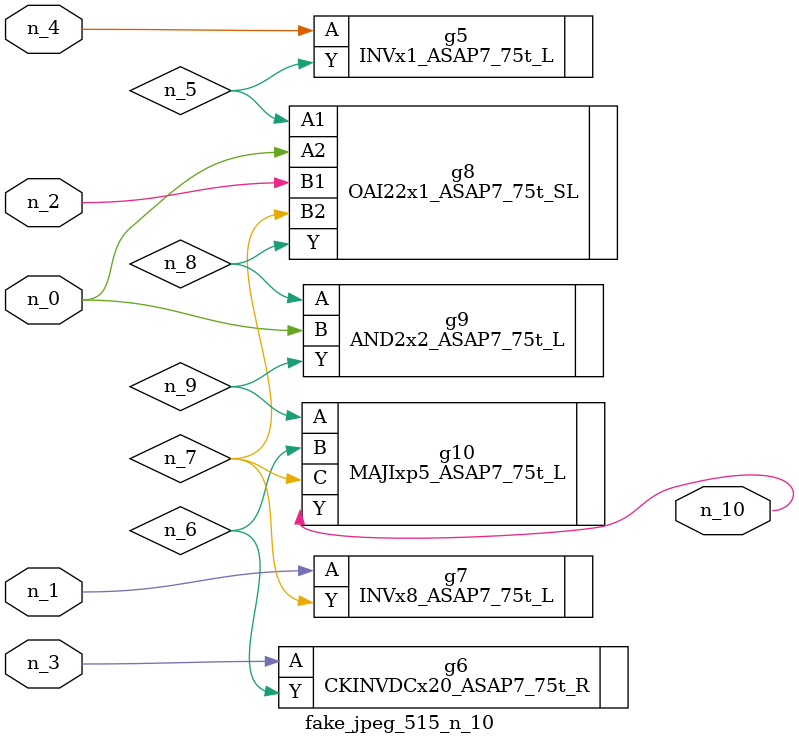
<source format=v>
module fake_jpeg_515_n_10 (n_3, n_2, n_1, n_0, n_4, n_10);

input n_3;
input n_2;
input n_1;
input n_0;
input n_4;

output n_10;

wire n_8;
wire n_9;
wire n_6;
wire n_5;
wire n_7;

INVx1_ASAP7_75t_L g5 ( 
.A(n_4),
.Y(n_5)
);

CKINVDCx20_ASAP7_75t_R g6 ( 
.A(n_3),
.Y(n_6)
);

INVx8_ASAP7_75t_L g7 ( 
.A(n_1),
.Y(n_7)
);

OAI22x1_ASAP7_75t_SL g8 ( 
.A1(n_5),
.A2(n_0),
.B1(n_2),
.B2(n_7),
.Y(n_8)
);

AND2x2_ASAP7_75t_L g9 ( 
.A(n_8),
.B(n_0),
.Y(n_9)
);

MAJIxp5_ASAP7_75t_L g10 ( 
.A(n_9),
.B(n_6),
.C(n_7),
.Y(n_10)
);


endmodule
</source>
